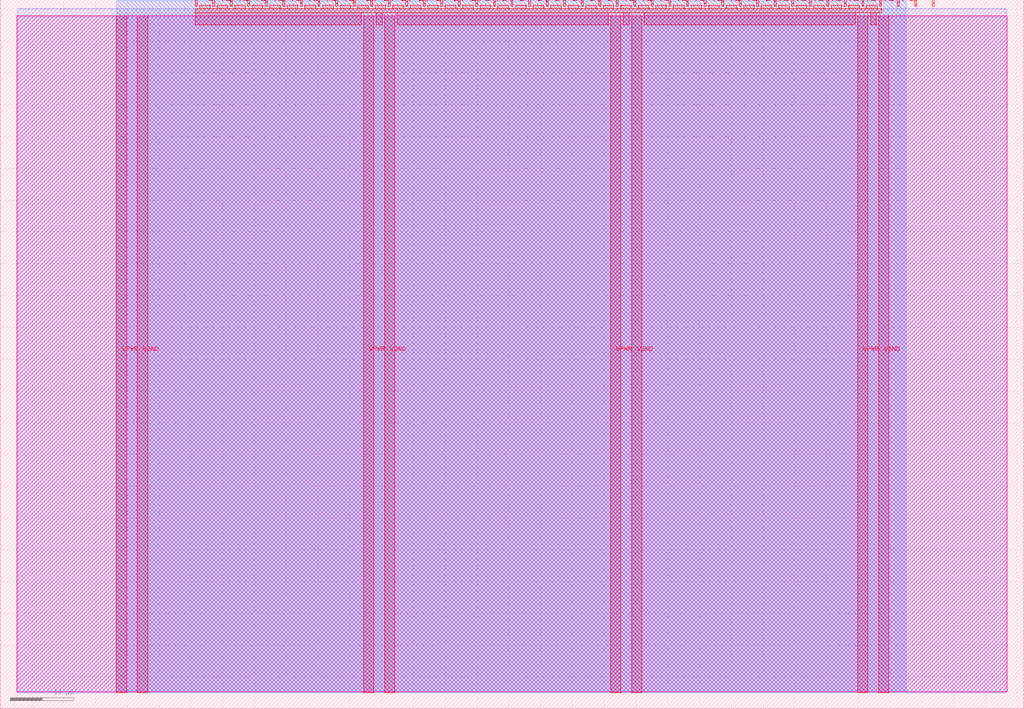
<source format=lef>
VERSION 5.7 ;
  NOWIREEXTENSIONATPIN ON ;
  DIVIDERCHAR "/" ;
  BUSBITCHARS "[]" ;
MACRO tt_um_wokwi_422960080008854529
  CLASS BLOCK ;
  FOREIGN tt_um_wokwi_422960080008854529 ;
  ORIGIN 0.000 0.000 ;
  SIZE 161.000 BY 111.520 ;
  PIN VGND
    DIRECTION INOUT ;
    USE GROUND ;
    PORT
      LAYER met4 ;
        RECT 21.580 2.480 23.180 109.040 ;
    END
    PORT
      LAYER met4 ;
        RECT 60.450 2.480 62.050 109.040 ;
    END
    PORT
      LAYER met4 ;
        RECT 99.320 2.480 100.920 109.040 ;
    END
    PORT
      LAYER met4 ;
        RECT 138.190 2.480 139.790 109.040 ;
    END
  END VGND
  PIN VPWR
    DIRECTION INOUT ;
    USE POWER ;
    PORT
      LAYER met4 ;
        RECT 18.280 2.480 19.880 109.040 ;
    END
    PORT
      LAYER met4 ;
        RECT 57.150 2.480 58.750 109.040 ;
    END
    PORT
      LAYER met4 ;
        RECT 96.020 2.480 97.620 109.040 ;
    END
    PORT
      LAYER met4 ;
        RECT 134.890 2.480 136.490 109.040 ;
    END
  END VPWR
  PIN clk
    DIRECTION INPUT ;
    USE SIGNAL ;
    PORT
      LAYER met4 ;
        RECT 143.830 110.520 144.130 111.520 ;
    END
  END clk
  PIN ena
    DIRECTION INPUT ;
    USE SIGNAL ;
    PORT
      LAYER met4 ;
        RECT 146.590 110.520 146.890 111.520 ;
    END
  END ena
  PIN rst_n
    DIRECTION INPUT ;
    USE SIGNAL ;
    PORT
      LAYER met4 ;
        RECT 141.070 110.520 141.370 111.520 ;
    END
  END rst_n
  PIN ui_in[0]
    DIRECTION INPUT ;
    USE SIGNAL ;
    ANTENNAGATEAREA 0.196500 ;
    PORT
      LAYER met4 ;
        RECT 138.310 110.520 138.610 111.520 ;
    END
  END ui_in[0]
  PIN ui_in[1]
    DIRECTION INPUT ;
    USE SIGNAL ;
    ANTENNAGATEAREA 0.196500 ;
    PORT
      LAYER met4 ;
        RECT 135.550 110.520 135.850 111.520 ;
    END
  END ui_in[1]
  PIN ui_in[2]
    DIRECTION INPUT ;
    USE SIGNAL ;
    ANTENNAGATEAREA 0.196500 ;
    PORT
      LAYER met4 ;
        RECT 132.790 110.520 133.090 111.520 ;
    END
  END ui_in[2]
  PIN ui_in[3]
    DIRECTION INPUT ;
    USE SIGNAL ;
    ANTENNAGATEAREA 0.196500 ;
    PORT
      LAYER met4 ;
        RECT 130.030 110.520 130.330 111.520 ;
    END
  END ui_in[3]
  PIN ui_in[4]
    DIRECTION INPUT ;
    USE SIGNAL ;
    ANTENNAGATEAREA 0.196500 ;
    PORT
      LAYER met4 ;
        RECT 127.270 110.520 127.570 111.520 ;
    END
  END ui_in[4]
  PIN ui_in[5]
    DIRECTION INPUT ;
    USE SIGNAL ;
    ANTENNAGATEAREA 0.196500 ;
    PORT
      LAYER met4 ;
        RECT 124.510 110.520 124.810 111.520 ;
    END
  END ui_in[5]
  PIN ui_in[6]
    DIRECTION INPUT ;
    USE SIGNAL ;
    ANTENNAGATEAREA 0.196500 ;
    PORT
      LAYER met4 ;
        RECT 121.750 110.520 122.050 111.520 ;
    END
  END ui_in[6]
  PIN ui_in[7]
    DIRECTION INPUT ;
    USE SIGNAL ;
    ANTENNAGATEAREA 0.196500 ;
    PORT
      LAYER met4 ;
        RECT 118.990 110.520 119.290 111.520 ;
    END
  END ui_in[7]
  PIN uio_in[0]
    DIRECTION INPUT ;
    USE SIGNAL ;
    PORT
      LAYER met4 ;
        RECT 116.230 110.520 116.530 111.520 ;
    END
  END uio_in[0]
  PIN uio_in[1]
    DIRECTION INPUT ;
    USE SIGNAL ;
    PORT
      LAYER met4 ;
        RECT 113.470 110.520 113.770 111.520 ;
    END
  END uio_in[1]
  PIN uio_in[2]
    DIRECTION INPUT ;
    USE SIGNAL ;
    PORT
      LAYER met4 ;
        RECT 110.710 110.520 111.010 111.520 ;
    END
  END uio_in[2]
  PIN uio_in[3]
    DIRECTION INPUT ;
    USE SIGNAL ;
    PORT
      LAYER met4 ;
        RECT 107.950 110.520 108.250 111.520 ;
    END
  END uio_in[3]
  PIN uio_in[4]
    DIRECTION INPUT ;
    USE SIGNAL ;
    PORT
      LAYER met4 ;
        RECT 105.190 110.520 105.490 111.520 ;
    END
  END uio_in[4]
  PIN uio_in[5]
    DIRECTION INPUT ;
    USE SIGNAL ;
    PORT
      LAYER met4 ;
        RECT 102.430 110.520 102.730 111.520 ;
    END
  END uio_in[5]
  PIN uio_in[6]
    DIRECTION INPUT ;
    USE SIGNAL ;
    PORT
      LAYER met4 ;
        RECT 99.670 110.520 99.970 111.520 ;
    END
  END uio_in[6]
  PIN uio_in[7]
    DIRECTION INPUT ;
    USE SIGNAL ;
    PORT
      LAYER met4 ;
        RECT 96.910 110.520 97.210 111.520 ;
    END
  END uio_in[7]
  PIN uio_oe[0]
    DIRECTION OUTPUT ;
    USE SIGNAL ;
    PORT
      LAYER met4 ;
        RECT 49.990 110.520 50.290 111.520 ;
    END
  END uio_oe[0]
  PIN uio_oe[1]
    DIRECTION OUTPUT ;
    USE SIGNAL ;
    PORT
      LAYER met4 ;
        RECT 47.230 110.520 47.530 111.520 ;
    END
  END uio_oe[1]
  PIN uio_oe[2]
    DIRECTION OUTPUT ;
    USE SIGNAL ;
    PORT
      LAYER met4 ;
        RECT 44.470 110.520 44.770 111.520 ;
    END
  END uio_oe[2]
  PIN uio_oe[3]
    DIRECTION OUTPUT ;
    USE SIGNAL ;
    PORT
      LAYER met4 ;
        RECT 41.710 110.520 42.010 111.520 ;
    END
  END uio_oe[3]
  PIN uio_oe[4]
    DIRECTION OUTPUT ;
    USE SIGNAL ;
    PORT
      LAYER met4 ;
        RECT 38.950 110.520 39.250 111.520 ;
    END
  END uio_oe[4]
  PIN uio_oe[5]
    DIRECTION OUTPUT ;
    USE SIGNAL ;
    PORT
      LAYER met4 ;
        RECT 36.190 110.520 36.490 111.520 ;
    END
  END uio_oe[5]
  PIN uio_oe[6]
    DIRECTION OUTPUT ;
    USE SIGNAL ;
    PORT
      LAYER met4 ;
        RECT 33.430 110.520 33.730 111.520 ;
    END
  END uio_oe[6]
  PIN uio_oe[7]
    DIRECTION OUTPUT ;
    USE SIGNAL ;
    PORT
      LAYER met4 ;
        RECT 30.670 110.520 30.970 111.520 ;
    END
  END uio_oe[7]
  PIN uio_out[0]
    DIRECTION OUTPUT ;
    USE SIGNAL ;
    PORT
      LAYER met4 ;
        RECT 72.070 110.520 72.370 111.520 ;
    END
  END uio_out[0]
  PIN uio_out[1]
    DIRECTION OUTPUT ;
    USE SIGNAL ;
    PORT
      LAYER met4 ;
        RECT 69.310 110.520 69.610 111.520 ;
    END
  END uio_out[1]
  PIN uio_out[2]
    DIRECTION OUTPUT ;
    USE SIGNAL ;
    PORT
      LAYER met4 ;
        RECT 66.550 110.520 66.850 111.520 ;
    END
  END uio_out[2]
  PIN uio_out[3]
    DIRECTION OUTPUT ;
    USE SIGNAL ;
    PORT
      LAYER met4 ;
        RECT 63.790 110.520 64.090 111.520 ;
    END
  END uio_out[3]
  PIN uio_out[4]
    DIRECTION OUTPUT ;
    USE SIGNAL ;
    PORT
      LAYER met4 ;
        RECT 61.030 110.520 61.330 111.520 ;
    END
  END uio_out[4]
  PIN uio_out[5]
    DIRECTION OUTPUT ;
    USE SIGNAL ;
    PORT
      LAYER met4 ;
        RECT 58.270 110.520 58.570 111.520 ;
    END
  END uio_out[5]
  PIN uio_out[6]
    DIRECTION OUTPUT ;
    USE SIGNAL ;
    PORT
      LAYER met4 ;
        RECT 55.510 110.520 55.810 111.520 ;
    END
  END uio_out[6]
  PIN uio_out[7]
    DIRECTION OUTPUT ;
    USE SIGNAL ;
    PORT
      LAYER met4 ;
        RECT 52.750 110.520 53.050 111.520 ;
    END
  END uio_out[7]
  PIN uo_out[0]
    DIRECTION OUTPUT ;
    USE SIGNAL ;
    ANTENNADIFFAREA 0.445500 ;
    PORT
      LAYER met4 ;
        RECT 94.150 110.520 94.450 111.520 ;
    END
  END uo_out[0]
  PIN uo_out[1]
    DIRECTION OUTPUT ;
    USE SIGNAL ;
    ANTENNADIFFAREA 0.795200 ;
    PORT
      LAYER met4 ;
        RECT 91.390 110.520 91.690 111.520 ;
    END
  END uo_out[1]
  PIN uo_out[2]
    DIRECTION OUTPUT ;
    USE SIGNAL ;
    ANTENNADIFFAREA 0.445500 ;
    PORT
      LAYER met4 ;
        RECT 88.630 110.520 88.930 111.520 ;
    END
  END uo_out[2]
  PIN uo_out[3]
    DIRECTION OUTPUT ;
    USE SIGNAL ;
    ANTENNADIFFAREA 0.445500 ;
    PORT
      LAYER met4 ;
        RECT 85.870 110.520 86.170 111.520 ;
    END
  END uo_out[3]
  PIN uo_out[4]
    DIRECTION OUTPUT ;
    USE SIGNAL ;
    ANTENNADIFFAREA 0.445500 ;
    PORT
      LAYER met4 ;
        RECT 83.110 110.520 83.410 111.520 ;
    END
  END uo_out[4]
  PIN uo_out[5]
    DIRECTION OUTPUT ;
    USE SIGNAL ;
    ANTENNADIFFAREA 0.445500 ;
    PORT
      LAYER met4 ;
        RECT 80.350 110.520 80.650 111.520 ;
    END
  END uo_out[5]
  PIN uo_out[6]
    DIRECTION OUTPUT ;
    USE SIGNAL ;
    ANTENNADIFFAREA 0.445500 ;
    PORT
      LAYER met4 ;
        RECT 77.590 110.520 77.890 111.520 ;
    END
  END uo_out[6]
  PIN uo_out[7]
    DIRECTION OUTPUT ;
    USE SIGNAL ;
    ANTENNADIFFAREA 0.445500 ;
    PORT
      LAYER met4 ;
        RECT 74.830 110.520 75.130 111.520 ;
    END
  END uo_out[7]
  OBS
      LAYER nwell ;
        RECT 2.570 2.635 158.430 108.990 ;
      LAYER li1 ;
        RECT 2.760 2.635 158.240 108.885 ;
      LAYER met1 ;
        RECT 2.760 2.480 158.240 110.120 ;
      LAYER met2 ;
        RECT 18.310 2.535 142.510 111.365 ;
      LAYER met3 ;
        RECT 18.290 2.555 142.535 111.345 ;
      LAYER met4 ;
        RECT 31.370 110.120 33.030 110.665 ;
        RECT 34.130 110.120 35.790 110.665 ;
        RECT 36.890 110.120 38.550 110.665 ;
        RECT 39.650 110.120 41.310 110.665 ;
        RECT 42.410 110.120 44.070 110.665 ;
        RECT 45.170 110.120 46.830 110.665 ;
        RECT 47.930 110.120 49.590 110.665 ;
        RECT 50.690 110.120 52.350 110.665 ;
        RECT 53.450 110.120 55.110 110.665 ;
        RECT 56.210 110.120 57.870 110.665 ;
        RECT 58.970 110.120 60.630 110.665 ;
        RECT 61.730 110.120 63.390 110.665 ;
        RECT 64.490 110.120 66.150 110.665 ;
        RECT 67.250 110.120 68.910 110.665 ;
        RECT 70.010 110.120 71.670 110.665 ;
        RECT 72.770 110.120 74.430 110.665 ;
        RECT 75.530 110.120 77.190 110.665 ;
        RECT 78.290 110.120 79.950 110.665 ;
        RECT 81.050 110.120 82.710 110.665 ;
        RECT 83.810 110.120 85.470 110.665 ;
        RECT 86.570 110.120 88.230 110.665 ;
        RECT 89.330 110.120 90.990 110.665 ;
        RECT 92.090 110.120 93.750 110.665 ;
        RECT 94.850 110.120 96.510 110.665 ;
        RECT 97.610 110.120 99.270 110.665 ;
        RECT 100.370 110.120 102.030 110.665 ;
        RECT 103.130 110.120 104.790 110.665 ;
        RECT 105.890 110.120 107.550 110.665 ;
        RECT 108.650 110.120 110.310 110.665 ;
        RECT 111.410 110.120 113.070 110.665 ;
        RECT 114.170 110.120 115.830 110.665 ;
        RECT 116.930 110.120 118.590 110.665 ;
        RECT 119.690 110.120 121.350 110.665 ;
        RECT 122.450 110.120 124.110 110.665 ;
        RECT 125.210 110.120 126.870 110.665 ;
        RECT 127.970 110.120 129.630 110.665 ;
        RECT 130.730 110.120 132.390 110.665 ;
        RECT 133.490 110.120 135.150 110.665 ;
        RECT 136.250 110.120 137.910 110.665 ;
        RECT 30.655 109.440 138.625 110.120 ;
        RECT 30.655 107.615 56.750 109.440 ;
        RECT 59.150 107.615 60.050 109.440 ;
        RECT 62.450 107.615 95.620 109.440 ;
        RECT 98.020 107.615 98.920 109.440 ;
        RECT 101.320 107.615 134.490 109.440 ;
        RECT 136.890 107.615 137.790 109.440 ;
  END
END tt_um_wokwi_422960080008854529
END LIBRARY


</source>
